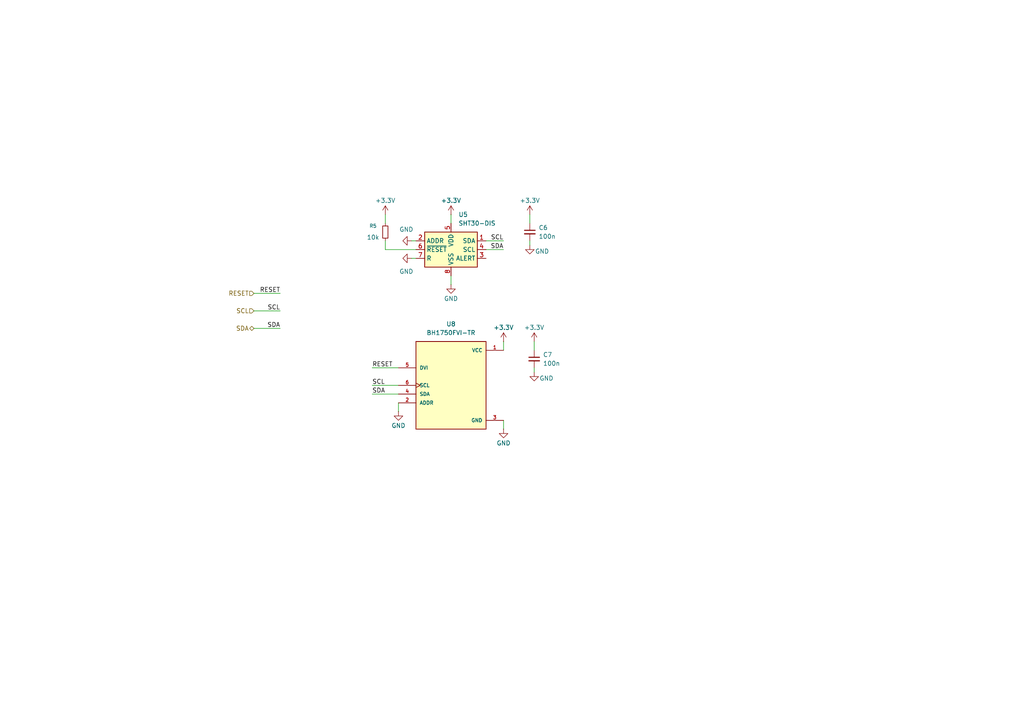
<source format=kicad_sch>
(kicad_sch
	(version 20250114)
	(generator "eeschema")
	(generator_version "9.0")
	(uuid "a537a9a7-ee57-4a6d-a370-be6352c1219e")
	(paper "A4")
	(lib_symbols
		(symbol "BH1750FVI-TR:BH1750FVI-TR"
			(pin_names
				(offset 1.016)
			)
			(exclude_from_sim no)
			(in_bom yes)
			(on_board yes)
			(property "Reference" "U"
				(at -10.1737 13.462 0)
				(effects
					(font
						(size 1.27 1.27)
					)
					(justify left bottom)
				)
			)
			(property "Value" "BH1750FVI-TR"
				(at -9.922 -15.24 0)
				(effects
					(font
						(size 1.27 1.27)
					)
					(justify left bottom)
				)
			)
			(property "Footprint" "BH1750FVI-TR:XDCR_BH1750FVI-TR"
				(at 0 0 0)
				(effects
					(font
						(size 1.27 1.27)
					)
					(justify bottom)
					(hide yes)
				)
			)
			(property "Datasheet" ""
				(at 0 0 0)
				(effects
					(font
						(size 1.27 1.27)
					)
					(hide yes)
				)
			)
			(property "Description" ""
				(at 0 0 0)
				(effects
					(font
						(size 1.27 1.27)
					)
					(hide yes)
				)
			)
			(property "MF" "Rohm"
				(at 0 0 0)
				(effects
					(font
						(size 1.27 1.27)
					)
					(justify bottom)
					(hide yes)
				)
			)
			(property "MAXIMUM_PACKAGE_HEIGHT" "0.75mm"
				(at 0 0 0)
				(effects
					(font
						(size 1.27 1.27)
					)
					(justify bottom)
					(hide yes)
				)
			)
			(property "Package" "SMD-6 ROHM Semiconductor"
				(at 0 0 0)
				(effects
					(font
						(size 1.27 1.27)
					)
					(justify bottom)
					(hide yes)
				)
			)
			(property "Price" "None"
				(at 0 0 0)
				(effects
					(font
						(size 1.27 1.27)
					)
					(justify bottom)
					(hide yes)
				)
			)
			(property "Check_prices" "https://www.snapeda.com/parts/BH1750FVI-TR/Rohm/view-part/?ref=eda"
				(at 0 0 0)
				(effects
					(font
						(size 1.27 1.27)
					)
					(justify bottom)
					(hide yes)
				)
			)
			(property "STANDARD" "Manufacturer recommendations"
				(at 0 0 0)
				(effects
					(font
						(size 1.27 1.27)
					)
					(justify bottom)
					(hide yes)
				)
			)
			(property "PARTREV" "D"
				(at 0 0 0)
				(effects
					(font
						(size 1.27 1.27)
					)
					(justify bottom)
					(hide yes)
				)
			)
			(property "SnapEDA_Link" "https://www.snapeda.com/parts/BH1750FVI-TR/Rohm/view-part/?ref=snap"
				(at 0 0 0)
				(effects
					(font
						(size 1.27 1.27)
					)
					(justify bottom)
					(hide yes)
				)
			)
			(property "MP" "BH1750FVI-TR"
				(at 0 0 0)
				(effects
					(font
						(size 1.27 1.27)
					)
					(justify bottom)
					(hide yes)
				)
			)
			(property "Description_1" "Optical Sensor Ambient 560nm I2C 6-SMD, Flat Lead Exposed Pad"
				(at 0 0 0)
				(effects
					(font
						(size 1.27 1.27)
					)
					(justify bottom)
					(hide yes)
				)
			)
			(property "Availability" "In Stock"
				(at 0 0 0)
				(effects
					(font
						(size 1.27 1.27)
					)
					(justify bottom)
					(hide yes)
				)
			)
			(property "MANUFACTURER" "Rohm"
				(at 0 0 0)
				(effects
					(font
						(size 1.27 1.27)
					)
					(justify bottom)
					(hide yes)
				)
			)
			(symbol "BH1750FVI-TR_0_0"
				(rectangle
					(start -10.16 -12.7)
					(end 10.16 12.7)
					(stroke
						(width 0.254)
						(type default)
					)
					(fill
						(type background)
					)
				)
				(pin input line
					(at -15.24 5.08 0)
					(length 5.08)
					(name "DVI"
						(effects
							(font
								(size 1.016 1.016)
							)
						)
					)
					(number "5"
						(effects
							(font
								(size 1.016 1.016)
							)
						)
					)
				)
				(pin input clock
					(at -15.24 0 0)
					(length 5.08)
					(name "SCL"
						(effects
							(font
								(size 1.016 1.016)
							)
						)
					)
					(number "6"
						(effects
							(font
								(size 1.016 1.016)
							)
						)
					)
				)
				(pin bidirectional line
					(at -15.24 -2.54 0)
					(length 5.08)
					(name "SDA"
						(effects
							(font
								(size 1.016 1.016)
							)
						)
					)
					(number "4"
						(effects
							(font
								(size 1.016 1.016)
							)
						)
					)
				)
				(pin input line
					(at -15.24 -5.08 0)
					(length 5.08)
					(name "ADDR"
						(effects
							(font
								(size 1.016 1.016)
							)
						)
					)
					(number "2"
						(effects
							(font
								(size 1.016 1.016)
							)
						)
					)
				)
				(pin power_in line
					(at 15.24 10.16 180)
					(length 5.08)
					(name "VCC"
						(effects
							(font
								(size 1.016 1.016)
							)
						)
					)
					(number "1"
						(effects
							(font
								(size 1.016 1.016)
							)
						)
					)
				)
				(pin power_in line
					(at 15.24 -10.16 180)
					(length 5.08)
					(name "GND"
						(effects
							(font
								(size 1.016 1.016)
							)
						)
					)
					(number "3"
						(effects
							(font
								(size 1.016 1.016)
							)
						)
					)
				)
			)
			(embedded_fonts no)
		)
		(symbol "Device:C_Small"
			(pin_numbers
				(hide yes)
			)
			(pin_names
				(offset 0.254)
				(hide yes)
			)
			(exclude_from_sim no)
			(in_bom yes)
			(on_board yes)
			(property "Reference" "C"
				(at 0.254 1.778 0)
				(effects
					(font
						(size 1.27 1.27)
					)
					(justify left)
				)
			)
			(property "Value" "C_Small"
				(at 0.254 -2.032 0)
				(effects
					(font
						(size 1.27 1.27)
					)
					(justify left)
				)
			)
			(property "Footprint" ""
				(at 0 0 0)
				(effects
					(font
						(size 1.27 1.27)
					)
					(hide yes)
				)
			)
			(property "Datasheet" "~"
				(at 0 0 0)
				(effects
					(font
						(size 1.27 1.27)
					)
					(hide yes)
				)
			)
			(property "Description" "Unpolarized capacitor, small symbol"
				(at 0 0 0)
				(effects
					(font
						(size 1.27 1.27)
					)
					(hide yes)
				)
			)
			(property "ki_keywords" "capacitor cap"
				(at 0 0 0)
				(effects
					(font
						(size 1.27 1.27)
					)
					(hide yes)
				)
			)
			(property "ki_fp_filters" "C_*"
				(at 0 0 0)
				(effects
					(font
						(size 1.27 1.27)
					)
					(hide yes)
				)
			)
			(symbol "C_Small_0_1"
				(polyline
					(pts
						(xy -1.524 0.508) (xy 1.524 0.508)
					)
					(stroke
						(width 0.3048)
						(type default)
					)
					(fill
						(type none)
					)
				)
				(polyline
					(pts
						(xy -1.524 -0.508) (xy 1.524 -0.508)
					)
					(stroke
						(width 0.3302)
						(type default)
					)
					(fill
						(type none)
					)
				)
			)
			(symbol "C_Small_1_1"
				(pin passive line
					(at 0 2.54 270)
					(length 2.032)
					(name "~"
						(effects
							(font
								(size 1.27 1.27)
							)
						)
					)
					(number "1"
						(effects
							(font
								(size 1.27 1.27)
							)
						)
					)
				)
				(pin passive line
					(at 0 -2.54 90)
					(length 2.032)
					(name "~"
						(effects
							(font
								(size 1.27 1.27)
							)
						)
					)
					(number "2"
						(effects
							(font
								(size 1.27 1.27)
							)
						)
					)
				)
			)
			(embedded_fonts no)
		)
		(symbol "Device:R_Small"
			(pin_numbers
				(hide yes)
			)
			(pin_names
				(offset 0.254)
				(hide yes)
			)
			(exclude_from_sim no)
			(in_bom yes)
			(on_board yes)
			(property "Reference" "R"
				(at 0 0 90)
				(effects
					(font
						(size 1.016 1.016)
					)
				)
			)
			(property "Value" "R_Small"
				(at 1.778 0 90)
				(effects
					(font
						(size 1.27 1.27)
					)
				)
			)
			(property "Footprint" ""
				(at 0 0 0)
				(effects
					(font
						(size 1.27 1.27)
					)
					(hide yes)
				)
			)
			(property "Datasheet" "~"
				(at 0 0 0)
				(effects
					(font
						(size 1.27 1.27)
					)
					(hide yes)
				)
			)
			(property "Description" "Resistor, small symbol"
				(at 0 0 0)
				(effects
					(font
						(size 1.27 1.27)
					)
					(hide yes)
				)
			)
			(property "ki_keywords" "R resistor"
				(at 0 0 0)
				(effects
					(font
						(size 1.27 1.27)
					)
					(hide yes)
				)
			)
			(property "ki_fp_filters" "R_*"
				(at 0 0 0)
				(effects
					(font
						(size 1.27 1.27)
					)
					(hide yes)
				)
			)
			(symbol "R_Small_0_1"
				(rectangle
					(start -0.762 1.778)
					(end 0.762 -1.778)
					(stroke
						(width 0.2032)
						(type default)
					)
					(fill
						(type none)
					)
				)
			)
			(symbol "R_Small_1_1"
				(pin passive line
					(at 0 2.54 270)
					(length 0.762)
					(name "~"
						(effects
							(font
								(size 1.27 1.27)
							)
						)
					)
					(number "1"
						(effects
							(font
								(size 1.27 1.27)
							)
						)
					)
				)
				(pin passive line
					(at 0 -2.54 90)
					(length 0.762)
					(name "~"
						(effects
							(font
								(size 1.27 1.27)
							)
						)
					)
					(number "2"
						(effects
							(font
								(size 1.27 1.27)
							)
						)
					)
				)
			)
			(embedded_fonts no)
		)
		(symbol "Sensor_Humidity:SHT30-DIS"
			(exclude_from_sim no)
			(in_bom yes)
			(on_board yes)
			(property "Reference" "U"
				(at -6.35 6.35 0)
				(effects
					(font
						(size 1.27 1.27)
					)
				)
			)
			(property "Value" "SHT30-DIS"
				(at 6.35 6.35 0)
				(effects
					(font
						(size 1.27 1.27)
					)
				)
			)
			(property "Footprint" "Sensor_Humidity:Sensirion_DFN-8-1EP_2.5x2.5mm_P0.5mm_EP1.1x1.7mm"
				(at 0 1.27 0)
				(effects
					(font
						(size 1.27 1.27)
					)
					(hide yes)
				)
			)
			(property "Datasheet" "https://www.sensirion.com/fileadmin/user_upload/customers/sensirion/Dokumente/2_Humidity_Sensors/Datasheets/Sensirion_Humidity_Sensors_SHT3x_Datasheet_digital.pdf"
				(at 0 1.27 0)
				(effects
					(font
						(size 1.27 1.27)
					)
					(hide yes)
				)
			)
			(property "Description" "I²C humidity and temperature sensor, ±2%RH, ±0.2°C, DFN-8"
				(at 0 0 0)
				(effects
					(font
						(size 1.27 1.27)
					)
					(hide yes)
				)
			)
			(property "ki_keywords" "digital temperature humidity i2c"
				(at 0 0 0)
				(effects
					(font
						(size 1.27 1.27)
					)
					(hide yes)
				)
			)
			(property "ki_fp_filters" "Sensirion*DFN*1EP*2.5x2.5mm*P0.5mm*"
				(at 0 0 0)
				(effects
					(font
						(size 1.27 1.27)
					)
					(hide yes)
				)
			)
			(symbol "SHT30-DIS_0_1"
				(rectangle
					(start -7.62 5.08)
					(end 7.62 -5.08)
					(stroke
						(width 0.254)
						(type default)
					)
					(fill
						(type background)
					)
				)
			)
			(symbol "SHT30-DIS_1_1"
				(pin input line
					(at -10.16 2.54 0)
					(length 2.54)
					(name "ADDR"
						(effects
							(font
								(size 1.27 1.27)
							)
						)
					)
					(number "2"
						(effects
							(font
								(size 1.27 1.27)
							)
						)
					)
				)
				(pin input line
					(at -10.16 0 0)
					(length 2.54)
					(name "~{RESET}"
						(effects
							(font
								(size 1.27 1.27)
							)
						)
					)
					(number "6"
						(effects
							(font
								(size 1.27 1.27)
							)
						)
					)
				)
				(pin passive line
					(at -10.16 -2.54 0)
					(length 2.54)
					(name "R"
						(effects
							(font
								(size 1.27 1.27)
							)
						)
					)
					(number "7"
						(effects
							(font
								(size 1.27 1.27)
							)
						)
					)
				)
				(pin power_in line
					(at 0 7.62 270)
					(length 2.54)
					(name "VDD"
						(effects
							(font
								(size 1.27 1.27)
							)
						)
					)
					(number "5"
						(effects
							(font
								(size 1.27 1.27)
							)
						)
					)
				)
				(pin power_in line
					(at 0 -7.62 90)
					(length 2.54)
					(name "VSS"
						(effects
							(font
								(size 1.27 1.27)
							)
						)
					)
					(number "8"
						(effects
							(font
								(size 1.27 1.27)
							)
						)
					)
				)
				(pin passive line
					(at 0 -7.62 90)
					(length 2.54)
					(hide yes)
					(name "VSS"
						(effects
							(font
								(size 1.27 1.27)
							)
						)
					)
					(number "9"
						(effects
							(font
								(size 1.27 1.27)
							)
						)
					)
				)
				(pin bidirectional line
					(at 10.16 2.54 180)
					(length 2.54)
					(name "SDA"
						(effects
							(font
								(size 1.27 1.27)
							)
						)
					)
					(number "1"
						(effects
							(font
								(size 1.27 1.27)
							)
						)
					)
				)
				(pin input line
					(at 10.16 0 180)
					(length 2.54)
					(name "SCL"
						(effects
							(font
								(size 1.27 1.27)
							)
						)
					)
					(number "4"
						(effects
							(font
								(size 1.27 1.27)
							)
						)
					)
				)
				(pin output line
					(at 10.16 -2.54 180)
					(length 2.54)
					(name "ALERT"
						(effects
							(font
								(size 1.27 1.27)
							)
						)
					)
					(number "3"
						(effects
							(font
								(size 1.27 1.27)
							)
						)
					)
				)
			)
			(embedded_fonts no)
		)
		(symbol "power:+3.3V"
			(power)
			(pin_numbers
				(hide yes)
			)
			(pin_names
				(offset 0)
				(hide yes)
			)
			(exclude_from_sim no)
			(in_bom yes)
			(on_board yes)
			(property "Reference" "#PWR"
				(at 0 -3.81 0)
				(effects
					(font
						(size 1.27 1.27)
					)
					(hide yes)
				)
			)
			(property "Value" "+3.3V"
				(at 0 3.556 0)
				(effects
					(font
						(size 1.27 1.27)
					)
				)
			)
			(property "Footprint" ""
				(at 0 0 0)
				(effects
					(font
						(size 1.27 1.27)
					)
					(hide yes)
				)
			)
			(property "Datasheet" ""
				(at 0 0 0)
				(effects
					(font
						(size 1.27 1.27)
					)
					(hide yes)
				)
			)
			(property "Description" "Power symbol creates a global label with name \"+3.3V\""
				(at 0 0 0)
				(effects
					(font
						(size 1.27 1.27)
					)
					(hide yes)
				)
			)
			(property "ki_keywords" "global power"
				(at 0 0 0)
				(effects
					(font
						(size 1.27 1.27)
					)
					(hide yes)
				)
			)
			(symbol "+3.3V_0_1"
				(polyline
					(pts
						(xy -0.762 1.27) (xy 0 2.54)
					)
					(stroke
						(width 0)
						(type default)
					)
					(fill
						(type none)
					)
				)
				(polyline
					(pts
						(xy 0 2.54) (xy 0.762 1.27)
					)
					(stroke
						(width 0)
						(type default)
					)
					(fill
						(type none)
					)
				)
				(polyline
					(pts
						(xy 0 0) (xy 0 2.54)
					)
					(stroke
						(width 0)
						(type default)
					)
					(fill
						(type none)
					)
				)
			)
			(symbol "+3.3V_1_1"
				(pin power_in line
					(at 0 0 90)
					(length 0)
					(name "~"
						(effects
							(font
								(size 1.27 1.27)
							)
						)
					)
					(number "1"
						(effects
							(font
								(size 1.27 1.27)
							)
						)
					)
				)
			)
			(embedded_fonts no)
		)
		(symbol "power:GND"
			(power)
			(pin_numbers
				(hide yes)
			)
			(pin_names
				(offset 0)
				(hide yes)
			)
			(exclude_from_sim no)
			(in_bom yes)
			(on_board yes)
			(property "Reference" "#PWR"
				(at 0 -6.35 0)
				(effects
					(font
						(size 1.27 1.27)
					)
					(hide yes)
				)
			)
			(property "Value" "GND"
				(at 0 -3.81 0)
				(effects
					(font
						(size 1.27 1.27)
					)
				)
			)
			(property "Footprint" ""
				(at 0 0 0)
				(effects
					(font
						(size 1.27 1.27)
					)
					(hide yes)
				)
			)
			(property "Datasheet" ""
				(at 0 0 0)
				(effects
					(font
						(size 1.27 1.27)
					)
					(hide yes)
				)
			)
			(property "Description" "Power symbol creates a global label with name \"GND\" , ground"
				(at 0 0 0)
				(effects
					(font
						(size 1.27 1.27)
					)
					(hide yes)
				)
			)
			(property "ki_keywords" "global power"
				(at 0 0 0)
				(effects
					(font
						(size 1.27 1.27)
					)
					(hide yes)
				)
			)
			(symbol "GND_0_1"
				(polyline
					(pts
						(xy 0 0) (xy 0 -1.27) (xy 1.27 -1.27) (xy 0 -2.54) (xy -1.27 -1.27) (xy 0 -1.27)
					)
					(stroke
						(width 0)
						(type default)
					)
					(fill
						(type none)
					)
				)
			)
			(symbol "GND_1_1"
				(pin power_in line
					(at 0 0 270)
					(length 0)
					(name "~"
						(effects
							(font
								(size 1.27 1.27)
							)
						)
					)
					(number "1"
						(effects
							(font
								(size 1.27 1.27)
							)
						)
					)
				)
			)
			(embedded_fonts no)
		)
	)
	(wire
		(pts
			(xy 111.76 72.39) (xy 120.65 72.39)
		)
		(stroke
			(width 0)
			(type default)
		)
		(uuid "00883ef3-9402-4d2d-bd04-4b5c6f9c4af2")
	)
	(wire
		(pts
			(xy 146.05 99.06) (xy 146.05 101.6)
		)
		(stroke
			(width 0)
			(type default)
		)
		(uuid "10ae044a-c1f4-43d5-abee-aadc5b5a8399")
	)
	(wire
		(pts
			(xy 111.76 62.23) (xy 111.76 64.77)
		)
		(stroke
			(width 0)
			(type default)
		)
		(uuid "17d059ea-dc2a-4cda-9c48-430f6a0fa18d")
	)
	(wire
		(pts
			(xy 107.95 114.3) (xy 115.57 114.3)
		)
		(stroke
			(width 0)
			(type default)
		)
		(uuid "1dee2b5b-8071-457f-9daf-2a6f5f2b8b49")
	)
	(wire
		(pts
			(xy 154.94 106.68) (xy 154.94 107.95)
		)
		(stroke
			(width 0)
			(type default)
		)
		(uuid "2650f6f7-fea5-434a-abdf-0d676442c4be")
	)
	(wire
		(pts
			(xy 140.97 72.39) (xy 146.05 72.39)
		)
		(stroke
			(width 0)
			(type default)
		)
		(uuid "2d4c9b4c-bf2f-41e1-acec-819bd836a7c9")
	)
	(wire
		(pts
			(xy 130.81 80.01) (xy 130.81 82.55)
		)
		(stroke
			(width 0)
			(type default)
		)
		(uuid "59f419bf-588f-4f5c-9ace-3bd4486521e5")
	)
	(wire
		(pts
			(xy 153.67 62.23) (xy 153.67 64.77)
		)
		(stroke
			(width 0)
			(type default)
		)
		(uuid "5d457ec9-15ce-4607-84e8-9eaa95a7e18e")
	)
	(wire
		(pts
			(xy 115.57 116.84) (xy 115.57 119.38)
		)
		(stroke
			(width 0)
			(type default)
		)
		(uuid "62dcb70f-9e82-4805-95c0-7aa9590a2be0")
	)
	(wire
		(pts
			(xy 107.95 106.68) (xy 115.57 106.68)
		)
		(stroke
			(width 0)
			(type default)
		)
		(uuid "68806471-13fd-4455-9b6b-69f4bb053f70")
	)
	(wire
		(pts
			(xy 107.95 111.76) (xy 115.57 111.76)
		)
		(stroke
			(width 0)
			(type default)
		)
		(uuid "74793909-2d5c-4117-b4c3-b2a091d4df0e")
	)
	(wire
		(pts
			(xy 73.66 85.09) (xy 81.28 85.09)
		)
		(stroke
			(width 0)
			(type default)
		)
		(uuid "7b51f681-a733-4d17-9951-e7bb92dd6c41")
	)
	(wire
		(pts
			(xy 119.38 69.85) (xy 120.65 69.85)
		)
		(stroke
			(width 0)
			(type default)
		)
		(uuid "a5e141c1-a00c-470a-8c99-7932f8ff4f69")
	)
	(wire
		(pts
			(xy 111.76 69.85) (xy 111.76 72.39)
		)
		(stroke
			(width 0)
			(type default)
		)
		(uuid "a6329d7b-7cf8-4f71-8da2-a5afad37f067")
	)
	(wire
		(pts
			(xy 73.66 90.17) (xy 81.28 90.17)
		)
		(stroke
			(width 0)
			(type default)
		)
		(uuid "aab3e77c-d12b-4080-97be-670c02634f33")
	)
	(wire
		(pts
			(xy 140.97 69.85) (xy 146.05 69.85)
		)
		(stroke
			(width 0)
			(type default)
		)
		(uuid "b4d9e373-e72c-44b8-a20c-942ffd900eea")
	)
	(wire
		(pts
			(xy 146.05 121.92) (xy 146.05 124.46)
		)
		(stroke
			(width 0)
			(type default)
		)
		(uuid "d25c1709-4f18-4888-9d98-5dd9f4edd4c9")
	)
	(wire
		(pts
			(xy 130.81 62.23) (xy 130.81 64.77)
		)
		(stroke
			(width 0)
			(type default)
		)
		(uuid "dd3e8ccc-7ec2-41ee-b54e-32db7736d9b1")
	)
	(wire
		(pts
			(xy 153.67 69.85) (xy 153.67 71.12)
		)
		(stroke
			(width 0)
			(type default)
		)
		(uuid "e63ea735-2c48-40a9-9ceb-26a71011fc15")
	)
	(wire
		(pts
			(xy 154.94 99.06) (xy 154.94 101.6)
		)
		(stroke
			(width 0)
			(type default)
		)
		(uuid "ecf0da11-2e53-4d10-968e-0caa1b730f4d")
	)
	(wire
		(pts
			(xy 73.66 95.25) (xy 81.28 95.25)
		)
		(stroke
			(width 0)
			(type default)
		)
		(uuid "fb426377-612f-44de-b7ed-0d74e5b8af19")
	)
	(wire
		(pts
			(xy 119.38 74.93) (xy 120.65 74.93)
		)
		(stroke
			(width 0)
			(type default)
		)
		(uuid "fc7da99e-37ee-497b-9d43-0aa26182df56")
	)
	(label "SCL"
		(at 81.28 90.17 180)
		(effects
			(font
				(size 1.27 1.27)
			)
			(justify right bottom)
		)
		(uuid "17d30c95-1dd0-48df-8d7c-3a8e2b72f289")
	)
	(label "SDA"
		(at 146.05 72.39 180)
		(effects
			(font
				(size 1.27 1.27)
			)
			(justify right bottom)
		)
		(uuid "2f2e8632-ae7d-46d0-9e10-c259e9b329b8")
	)
	(label "SCL"
		(at 107.95 111.76 0)
		(effects
			(font
				(size 1.27 1.27)
			)
			(justify left bottom)
		)
		(uuid "5ac780e7-ed90-49b3-85ad-82177a840572")
	)
	(label "SDA"
		(at 81.28 95.25 180)
		(effects
			(font
				(size 1.27 1.27)
			)
			(justify right bottom)
		)
		(uuid "91becb91-5ab5-40ec-8b1a-e4525ecf8f80")
	)
	(label "SDA"
		(at 107.95 114.3 0)
		(effects
			(font
				(size 1.27 1.27)
			)
			(justify left bottom)
		)
		(uuid "92200733-a8a3-45e5-b445-6520e746a679")
	)
	(label "RESET"
		(at 81.28 85.09 180)
		(effects
			(font
				(size 1.27 1.27)
			)
			(justify right bottom)
		)
		(uuid "94d7c5ee-bb06-4a3a-a136-f5339b77bbc4")
	)
	(label "SCL"
		(at 146.05 69.85 180)
		(effects
			(font
				(size 1.27 1.27)
			)
			(justify right bottom)
		)
		(uuid "e2d38413-e8be-4334-8869-6ef659e9b5a7")
	)
	(label "RESET"
		(at 107.95 106.68 0)
		(effects
			(font
				(size 1.27 1.27)
			)
			(justify left bottom)
		)
		(uuid "eb60f6cd-38f1-4093-accc-ce11e6e141ef")
	)
	(hierarchical_label "SCL"
		(shape input)
		(at 73.66 90.17 180)
		(effects
			(font
				(size 1.27 1.27)
			)
			(justify right)
		)
		(uuid "2bfa9504-4ea2-41ee-ab19-101f5d3c1bd1")
	)
	(hierarchical_label "SDA"
		(shape bidirectional)
		(at 73.66 95.25 180)
		(effects
			(font
				(size 1.27 1.27)
			)
			(justify right)
		)
		(uuid "72fcdc35-8451-45b1-a4ce-2408f4f95dc1")
	)
	(hierarchical_label "RESET"
		(shape input)
		(at 73.66 85.09 180)
		(effects
			(font
				(size 1.27 1.27)
			)
			(justify right)
		)
		(uuid "978553e5-8495-4280-968a-84223d4f44e7")
	)
	(symbol
		(lib_id "BH1750FVI-TR:BH1750FVI-TR")
		(at 130.81 111.76 0)
		(unit 1)
		(exclude_from_sim no)
		(in_bom yes)
		(on_board yes)
		(dnp no)
		(fields_autoplaced yes)
		(uuid "1ae9eb81-b474-4122-a1e6-9a5b29c33953")
		(property "Reference" "U8"
			(at 130.81 93.98 0)
			(effects
				(font
					(size 1.27 1.27)
				)
			)
		)
		(property "Value" "BH1750FVI-TR"
			(at 130.81 96.52 0)
			(effects
				(font
					(size 1.27 1.27)
				)
			)
		)
		(property "Footprint" "BH1750FVI-TR:XDCR_BH1750FVI-TR"
			(at 130.81 111.76 0)
			(effects
				(font
					(size 1.27 1.27)
				)
				(justify bottom)
				(hide yes)
			)
		)
		(property "Datasheet" ""
			(at 130.81 111.76 0)
			(effects
				(font
					(size 1.27 1.27)
				)
				(hide yes)
			)
		)
		(property "Description" ""
			(at 130.81 111.76 0)
			(effects
				(font
					(size 1.27 1.27)
				)
				(hide yes)
			)
		)
		(property "MF" "Rohm"
			(at 130.81 111.76 0)
			(effects
				(font
					(size 1.27 1.27)
				)
				(justify bottom)
				(hide yes)
			)
		)
		(property "MAXIMUM_PACKAGE_HEIGHT" "0.75mm"
			(at 130.81 111.76 0)
			(effects
				(font
					(size 1.27 1.27)
				)
				(justify bottom)
				(hide yes)
			)
		)
		(property "Package" "SMD-6 ROHM Semiconductor"
			(at 130.81 111.76 0)
			(effects
				(font
					(size 1.27 1.27)
				)
				(justify bottom)
				(hide yes)
			)
		)
		(property "Price" "None"
			(at 130.81 111.76 0)
			(effects
				(font
					(size 1.27 1.27)
				)
				(justify bottom)
				(hide yes)
			)
		)
		(property "Check_prices" "https://www.snapeda.com/parts/BH1750FVI-TR/Rohm/view-part/?ref=eda"
			(at 130.81 111.76 0)
			(effects
				(font
					(size 1.27 1.27)
				)
				(justify bottom)
				(hide yes)
			)
		)
		(property "STANDARD" "Manufacturer recommendations"
			(at 130.81 111.76 0)
			(effects
				(font
					(size 1.27 1.27)
				)
				(justify bottom)
				(hide yes)
			)
		)
		(property "PARTREV" "D"
			(at 130.81 111.76 0)
			(effects
				(font
					(size 1.27 1.27)
				)
				(justify bottom)
				(hide yes)
			)
		)
		(property "SnapEDA_Link" "https://www.snapeda.com/parts/BH1750FVI-TR/Rohm/view-part/?ref=snap"
			(at 130.81 111.76 0)
			(effects
				(font
					(size 1.27 1.27)
				)
				(justify bottom)
				(hide yes)
			)
		)
		(property "MP" "BH1750FVI-TR"
			(at 130.81 111.76 0)
			(effects
				(font
					(size 1.27 1.27)
				)
				(justify bottom)
				(hide yes)
			)
		)
		(property "Description_1" "Optical Sensor Ambient 560nm I2C 6-SMD, Flat Lead Exposed Pad"
			(at 130.81 111.76 0)
			(effects
				(font
					(size 1.27 1.27)
				)
				(justify bottom)
				(hide yes)
			)
		)
		(property "Availability" "In Stock"
			(at 130.81 111.76 0)
			(effects
				(font
					(size 1.27 1.27)
				)
				(justify bottom)
				(hide yes)
			)
		)
		(property "MANUFACTURER" "Rohm"
			(at 130.81 111.76 0)
			(effects
				(font
					(size 1.27 1.27)
				)
				(justify bottom)
				(hide yes)
			)
		)
		(pin "3"
			(uuid "0a02f03b-e3a7-412f-873e-ca71f0125244")
		)
		(pin "4"
			(uuid "fd1eb229-0629-4e0d-ae42-a9bac7fb8388")
		)
		(pin "6"
			(uuid "97ba2f64-4425-44d2-96dc-8879429ec3e8")
		)
		(pin "2"
			(uuid "4b6fdb4c-9700-4b84-ae1d-ea33ce0c1f97")
		)
		(pin "1"
			(uuid "53a4ee61-330c-4c15-adf6-01d846591da7")
		)
		(pin "5"
			(uuid "90c7d824-b159-41a9-bf73-f13062dcd513")
		)
		(instances
			(project "vitimonitor_sensor"
				(path "/8365193e-4878-4a04-b89a-a51695e2c71c/b58b1cc6-06e1-4bc3-8fd1-cd0c9c5d3b66"
					(reference "U8")
					(unit 1)
				)
			)
		)
	)
	(symbol
		(lib_id "power:+3.3V")
		(at 130.81 62.23 0)
		(unit 1)
		(exclude_from_sim no)
		(in_bom yes)
		(on_board yes)
		(dnp no)
		(uuid "3f3b49ed-3c18-4c13-a2cf-5e0ac3044ba4")
		(property "Reference" "#PWR043"
			(at 130.81 66.04 0)
			(effects
				(font
					(size 1.27 1.27)
				)
				(hide yes)
			)
		)
		(property "Value" "+3.3V"
			(at 130.81 58.166 0)
			(effects
				(font
					(size 1.27 1.27)
				)
			)
		)
		(property "Footprint" ""
			(at 130.81 62.23 0)
			(effects
				(font
					(size 1.27 1.27)
				)
				(hide yes)
			)
		)
		(property "Datasheet" ""
			(at 130.81 62.23 0)
			(effects
				(font
					(size 1.27 1.27)
				)
				(hide yes)
			)
		)
		(property "Description" "Power symbol creates a global label with name \"+3.3V\""
			(at 130.81 62.23 0)
			(effects
				(font
					(size 1.27 1.27)
				)
				(hide yes)
			)
		)
		(pin "1"
			(uuid "01c15cab-5ed6-4083-b2cd-9f4610d0fdb3")
		)
		(instances
			(project "vitimonitor_sensor"
				(path "/8365193e-4878-4a04-b89a-a51695e2c71c/b58b1cc6-06e1-4bc3-8fd1-cd0c9c5d3b66"
					(reference "#PWR043")
					(unit 1)
				)
			)
		)
	)
	(symbol
		(lib_id "power:GND")
		(at 119.38 74.93 270)
		(unit 1)
		(exclude_from_sim no)
		(in_bom yes)
		(on_board yes)
		(dnp no)
		(uuid "4647068d-978c-4ac5-9843-80be4c58717a")
		(property "Reference" "#PWR042"
			(at 113.03 74.93 0)
			(effects
				(font
					(size 1.27 1.27)
				)
				(hide yes)
			)
		)
		(property "Value" "GND"
			(at 117.856 78.74 90)
			(effects
				(font
					(size 1.27 1.27)
				)
			)
		)
		(property "Footprint" ""
			(at 119.38 74.93 0)
			(effects
				(font
					(size 1.27 1.27)
				)
				(hide yes)
			)
		)
		(property "Datasheet" ""
			(at 119.38 74.93 0)
			(effects
				(font
					(size 1.27 1.27)
				)
				(hide yes)
			)
		)
		(property "Description" "Power symbol creates a global label with name \"GND\" , ground"
			(at 119.38 74.93 0)
			(effects
				(font
					(size 1.27 1.27)
				)
				(hide yes)
			)
		)
		(pin "1"
			(uuid "7b59aefa-64a9-4b6f-bb01-8f0732b93e7e")
		)
		(instances
			(project "vitimonitor_sensor"
				(path "/8365193e-4878-4a04-b89a-a51695e2c71c/b58b1cc6-06e1-4bc3-8fd1-cd0c9c5d3b66"
					(reference "#PWR042")
					(unit 1)
				)
			)
		)
	)
	(symbol
		(lib_id "power:GND")
		(at 119.38 69.85 270)
		(unit 1)
		(exclude_from_sim no)
		(in_bom yes)
		(on_board yes)
		(dnp no)
		(uuid "49ca22c9-c44a-4d1a-af54-c9337332275b")
		(property "Reference" "#PWR041"
			(at 113.03 69.85 0)
			(effects
				(font
					(size 1.27 1.27)
				)
				(hide yes)
			)
		)
		(property "Value" "GND"
			(at 117.856 66.548 90)
			(effects
				(font
					(size 1.27 1.27)
				)
			)
		)
		(property "Footprint" ""
			(at 119.38 69.85 0)
			(effects
				(font
					(size 1.27 1.27)
				)
				(hide yes)
			)
		)
		(property "Datasheet" ""
			(at 119.38 69.85 0)
			(effects
				(font
					(size 1.27 1.27)
				)
				(hide yes)
			)
		)
		(property "Description" "Power symbol creates a global label with name \"GND\" , ground"
			(at 119.38 69.85 0)
			(effects
				(font
					(size 1.27 1.27)
				)
				(hide yes)
			)
		)
		(pin "1"
			(uuid "42141eae-38a6-48e6-bb1d-a3b0c5bc0ad6")
		)
		(instances
			(project "vitimonitor_sensor"
				(path "/8365193e-4878-4a04-b89a-a51695e2c71c/b58b1cc6-06e1-4bc3-8fd1-cd0c9c5d3b66"
					(reference "#PWR041")
					(unit 1)
				)
			)
		)
	)
	(symbol
		(lib_id "Device:R_Small")
		(at 111.76 67.31 0)
		(unit 1)
		(exclude_from_sim no)
		(in_bom yes)
		(on_board yes)
		(dnp no)
		(uuid "66607c3c-6fd8-4884-8c05-b3918f5cb02b")
		(property "Reference" "R5"
			(at 108.204 65.532 0)
			(effects
				(font
					(size 1.016 1.016)
				)
			)
		)
		(property "Value" "10k"
			(at 108.204 68.834 0)
			(effects
				(font
					(size 1.27 1.27)
				)
			)
		)
		(property "Footprint" ""
			(at 111.76 67.31 0)
			(effects
				(font
					(size 1.27 1.27)
				)
				(hide yes)
			)
		)
		(property "Datasheet" "~"
			(at 111.76 67.31 0)
			(effects
				(font
					(size 1.27 1.27)
				)
				(hide yes)
			)
		)
		(property "Description" "Resistor, small symbol"
			(at 111.76 67.31 0)
			(effects
				(font
					(size 1.27 1.27)
				)
				(hide yes)
			)
		)
		(pin "2"
			(uuid "2cc70952-a0ff-4a89-b95a-f0f9e64793e8")
		)
		(pin "1"
			(uuid "dabbfd3e-1077-46b0-901e-eada530542f5")
		)
		(instances
			(project "vitimonitor_sensor"
				(path "/8365193e-4878-4a04-b89a-a51695e2c71c/b58b1cc6-06e1-4bc3-8fd1-cd0c9c5d3b66"
					(reference "R5")
					(unit 1)
				)
			)
		)
	)
	(symbol
		(lib_id "power:+3.3V")
		(at 153.67 62.23 0)
		(unit 1)
		(exclude_from_sim no)
		(in_bom yes)
		(on_board yes)
		(dnp no)
		(uuid "6d226827-5082-43db-9bd1-39f3a44256db")
		(property "Reference" "#PWR047"
			(at 153.67 66.04 0)
			(effects
				(font
					(size 1.27 1.27)
				)
				(hide yes)
			)
		)
		(property "Value" "+3.3V"
			(at 153.67 58.166 0)
			(effects
				(font
					(size 1.27 1.27)
				)
			)
		)
		(property "Footprint" ""
			(at 153.67 62.23 0)
			(effects
				(font
					(size 1.27 1.27)
				)
				(hide yes)
			)
		)
		(property "Datasheet" ""
			(at 153.67 62.23 0)
			(effects
				(font
					(size 1.27 1.27)
				)
				(hide yes)
			)
		)
		(property "Description" "Power symbol creates a global label with name \"+3.3V\""
			(at 153.67 62.23 0)
			(effects
				(font
					(size 1.27 1.27)
				)
				(hide yes)
			)
		)
		(pin "1"
			(uuid "6819d066-d47b-43ae-9031-bd46985611ae")
		)
		(instances
			(project "vitimonitor_sensor"
				(path "/8365193e-4878-4a04-b89a-a51695e2c71c/b58b1cc6-06e1-4bc3-8fd1-cd0c9c5d3b66"
					(reference "#PWR047")
					(unit 1)
				)
			)
		)
	)
	(symbol
		(lib_id "power:+3.3V")
		(at 111.76 62.23 0)
		(unit 1)
		(exclude_from_sim no)
		(in_bom yes)
		(on_board yes)
		(dnp no)
		(uuid "6de52937-497e-4db6-a005-3bd0e348400b")
		(property "Reference" "#PWR039"
			(at 111.76 66.04 0)
			(effects
				(font
					(size 1.27 1.27)
				)
				(hide yes)
			)
		)
		(property "Value" "+3.3V"
			(at 111.76 58.166 0)
			(effects
				(font
					(size 1.27 1.27)
				)
			)
		)
		(property "Footprint" ""
			(at 111.76 62.23 0)
			(effects
				(font
					(size 1.27 1.27)
				)
				(hide yes)
			)
		)
		(property "Datasheet" ""
			(at 111.76 62.23 0)
			(effects
				(font
					(size 1.27 1.27)
				)
				(hide yes)
			)
		)
		(property "Description" "Power symbol creates a global label with name \"+3.3V\""
			(at 111.76 62.23 0)
			(effects
				(font
					(size 1.27 1.27)
				)
				(hide yes)
			)
		)
		(pin "1"
			(uuid "71a5f87e-932a-4c2d-ad81-a1e55cb376d3")
		)
		(instances
			(project "vitimonitor_sensor"
				(path "/8365193e-4878-4a04-b89a-a51695e2c71c/b58b1cc6-06e1-4bc3-8fd1-cd0c9c5d3b66"
					(reference "#PWR039")
					(unit 1)
				)
			)
		)
	)
	(symbol
		(lib_id "power:+3.3V")
		(at 154.94 99.06 0)
		(unit 1)
		(exclude_from_sim no)
		(in_bom yes)
		(on_board yes)
		(dnp no)
		(uuid "787569ff-6d0b-44ed-b492-ec880b5585d8")
		(property "Reference" "#PWR049"
			(at 154.94 102.87 0)
			(effects
				(font
					(size 1.27 1.27)
				)
				(hide yes)
			)
		)
		(property "Value" "+3.3V"
			(at 154.94 94.996 0)
			(effects
				(font
					(size 1.27 1.27)
				)
			)
		)
		(property "Footprint" ""
			(at 154.94 99.06 0)
			(effects
				(font
					(size 1.27 1.27)
				)
				(hide yes)
			)
		)
		(property "Datasheet" ""
			(at 154.94 99.06 0)
			(effects
				(font
					(size 1.27 1.27)
				)
				(hide yes)
			)
		)
		(property "Description" "Power symbol creates a global label with name \"+3.3V\""
			(at 154.94 99.06 0)
			(effects
				(font
					(size 1.27 1.27)
				)
				(hide yes)
			)
		)
		(pin "1"
			(uuid "abf98ca8-c2db-4603-89f3-5872244dfe73")
		)
		(instances
			(project "vitimonitor_sensor"
				(path "/8365193e-4878-4a04-b89a-a51695e2c71c/b58b1cc6-06e1-4bc3-8fd1-cd0c9c5d3b66"
					(reference "#PWR049")
					(unit 1)
				)
			)
		)
	)
	(symbol
		(lib_id "Sensor_Humidity:SHT30-DIS")
		(at 130.81 72.39 0)
		(unit 1)
		(exclude_from_sim no)
		(in_bom yes)
		(on_board yes)
		(dnp no)
		(fields_autoplaced yes)
		(uuid "91ef1410-aa74-4dad-bf08-10fe92d3770e")
		(property "Reference" "U5"
			(at 132.9533 62.23 0)
			(effects
				(font
					(size 1.27 1.27)
				)
				(justify left)
			)
		)
		(property "Value" "SHT30-DIS"
			(at 132.9533 64.77 0)
			(effects
				(font
					(size 1.27 1.27)
				)
				(justify left)
			)
		)
		(property "Footprint" "Sensor_Humidity:Sensirion_DFN-8-1EP_2.5x2.5mm_P0.5mm_EP1.1x1.7mm"
			(at 130.81 71.12 0)
			(effects
				(font
					(size 1.27 1.27)
				)
				(hide yes)
			)
		)
		(property "Datasheet" "https://www.sensirion.com/fileadmin/user_upload/customers/sensirion/Dokumente/2_Humidity_Sensors/Datasheets/Sensirion_Humidity_Sensors_SHT3x_Datasheet_digital.pdf"
			(at 130.81 71.12 0)
			(effects
				(font
					(size 1.27 1.27)
				)
				(hide yes)
			)
		)
		(property "Description" "I²C humidity and temperature sensor, ±2%RH, ±0.2°C, DFN-8"
			(at 130.81 72.39 0)
			(effects
				(font
					(size 1.27 1.27)
				)
				(hide yes)
			)
		)
		(pin "1"
			(uuid "1831060c-58bb-4992-8fb0-99a5888849e6")
		)
		(pin "4"
			(uuid "ffe2378f-8398-458c-a199-8b2c9fabb5dd")
		)
		(pin "8"
			(uuid "d3f92538-b61f-45ee-af0d-fe2c5464e8f7")
		)
		(pin "6"
			(uuid "717db9e1-5e80-4b2b-8187-af6a57ff6ba6")
		)
		(pin "2"
			(uuid "8de1ca7b-8514-4c70-82ec-941e645a49e3")
		)
		(pin "7"
			(uuid "7d24e1d4-7378-4e1a-bb64-c4dc6b89fbec")
		)
		(pin "9"
			(uuid "ba7a6f1e-06c2-460c-983b-dd0d9d2cd604")
		)
		(pin "5"
			(uuid "3265bda3-23f2-4a57-a394-106a86e38b89")
		)
		(pin "3"
			(uuid "e29f8d60-813b-43c8-b49e-6495f1228a72")
		)
		(instances
			(project "vitimonitor_sensor"
				(path "/8365193e-4878-4a04-b89a-a51695e2c71c/b58b1cc6-06e1-4bc3-8fd1-cd0c9c5d3b66"
					(reference "U5")
					(unit 1)
				)
			)
		)
	)
	(symbol
		(lib_id "power:GND")
		(at 154.94 107.95 0)
		(unit 1)
		(exclude_from_sim no)
		(in_bom yes)
		(on_board yes)
		(dnp no)
		(uuid "951b7bd4-a994-44ef-8859-c1eb4885fd16")
		(property "Reference" "#PWR050"
			(at 154.94 114.3 0)
			(effects
				(font
					(size 1.27 1.27)
				)
				(hide yes)
			)
		)
		(property "Value" "GND"
			(at 158.496 109.728 0)
			(effects
				(font
					(size 1.27 1.27)
				)
			)
		)
		(property "Footprint" ""
			(at 154.94 107.95 0)
			(effects
				(font
					(size 1.27 1.27)
				)
				(hide yes)
			)
		)
		(property "Datasheet" ""
			(at 154.94 107.95 0)
			(effects
				(font
					(size 1.27 1.27)
				)
				(hide yes)
			)
		)
		(property "Description" "Power symbol creates a global label with name \"GND\" , ground"
			(at 154.94 107.95 0)
			(effects
				(font
					(size 1.27 1.27)
				)
				(hide yes)
			)
		)
		(pin "1"
			(uuid "83338d8c-a365-4e1b-b65b-857c6a543e23")
		)
		(instances
			(project "vitimonitor_sensor"
				(path "/8365193e-4878-4a04-b89a-a51695e2c71c/b58b1cc6-06e1-4bc3-8fd1-cd0c9c5d3b66"
					(reference "#PWR050")
					(unit 1)
				)
			)
		)
	)
	(symbol
		(lib_id "Device:C_Small")
		(at 154.94 104.14 0)
		(unit 1)
		(exclude_from_sim no)
		(in_bom yes)
		(on_board yes)
		(dnp no)
		(fields_autoplaced yes)
		(uuid "9bfc995c-0b71-413c-b4eb-cad2179853f0")
		(property "Reference" "C7"
			(at 157.48 102.8762 0)
			(effects
				(font
					(size 1.27 1.27)
				)
				(justify left)
			)
		)
		(property "Value" "100n"
			(at 157.48 105.4162 0)
			(effects
				(font
					(size 1.27 1.27)
				)
				(justify left)
			)
		)
		(property "Footprint" ""
			(at 154.94 104.14 0)
			(effects
				(font
					(size 1.27 1.27)
				)
				(hide yes)
			)
		)
		(property "Datasheet" "~"
			(at 154.94 104.14 0)
			(effects
				(font
					(size 1.27 1.27)
				)
				(hide yes)
			)
		)
		(property "Description" "Unpolarized capacitor, small symbol"
			(at 154.94 104.14 0)
			(effects
				(font
					(size 1.27 1.27)
				)
				(hide yes)
			)
		)
		(pin "2"
			(uuid "5e93bc4c-2aea-4dec-826f-810377225c34")
		)
		(pin "1"
			(uuid "b9651276-007f-4574-86f8-7dc862348718")
		)
		(instances
			(project "vitimonitor_sensor"
				(path "/8365193e-4878-4a04-b89a-a51695e2c71c/b58b1cc6-06e1-4bc3-8fd1-cd0c9c5d3b66"
					(reference "C7")
					(unit 1)
				)
			)
		)
	)
	(symbol
		(lib_id "power:GND")
		(at 146.05 124.46 0)
		(unit 1)
		(exclude_from_sim no)
		(in_bom yes)
		(on_board yes)
		(dnp no)
		(uuid "9d286c8b-2b07-4d5e-a40f-dfc5b5a53276")
		(property "Reference" "#PWR046"
			(at 146.05 130.81 0)
			(effects
				(font
					(size 1.27 1.27)
				)
				(hide yes)
			)
		)
		(property "Value" "GND"
			(at 146.05 128.524 0)
			(effects
				(font
					(size 1.27 1.27)
				)
			)
		)
		(property "Footprint" ""
			(at 146.05 124.46 0)
			(effects
				(font
					(size 1.27 1.27)
				)
				(hide yes)
			)
		)
		(property "Datasheet" ""
			(at 146.05 124.46 0)
			(effects
				(font
					(size 1.27 1.27)
				)
				(hide yes)
			)
		)
		(property "Description" "Power symbol creates a global label with name \"GND\" , ground"
			(at 146.05 124.46 0)
			(effects
				(font
					(size 1.27 1.27)
				)
				(hide yes)
			)
		)
		(pin "1"
			(uuid "7298e82e-4a7d-47d2-af35-93a13d710bea")
		)
		(instances
			(project "vitimonitor_sensor"
				(path "/8365193e-4878-4a04-b89a-a51695e2c71c/b58b1cc6-06e1-4bc3-8fd1-cd0c9c5d3b66"
					(reference "#PWR046")
					(unit 1)
				)
			)
		)
	)
	(symbol
		(lib_id "power:GND")
		(at 115.57 119.38 0)
		(unit 1)
		(exclude_from_sim no)
		(in_bom yes)
		(on_board yes)
		(dnp no)
		(uuid "b24f84ff-22ee-4b2a-b5cb-7e4ed6892db7")
		(property "Reference" "#PWR040"
			(at 115.57 125.73 0)
			(effects
				(font
					(size 1.27 1.27)
				)
				(hide yes)
			)
		)
		(property "Value" "GND"
			(at 115.57 123.444 0)
			(effects
				(font
					(size 1.27 1.27)
				)
			)
		)
		(property "Footprint" ""
			(at 115.57 119.38 0)
			(effects
				(font
					(size 1.27 1.27)
				)
				(hide yes)
			)
		)
		(property "Datasheet" ""
			(at 115.57 119.38 0)
			(effects
				(font
					(size 1.27 1.27)
				)
				(hide yes)
			)
		)
		(property "Description" "Power symbol creates a global label with name \"GND\" , ground"
			(at 115.57 119.38 0)
			(effects
				(font
					(size 1.27 1.27)
				)
				(hide yes)
			)
		)
		(pin "1"
			(uuid "384943f7-02ec-48f6-8933-5c125868dc82")
		)
		(instances
			(project "vitimonitor_sensor"
				(path "/8365193e-4878-4a04-b89a-a51695e2c71c/b58b1cc6-06e1-4bc3-8fd1-cd0c9c5d3b66"
					(reference "#PWR040")
					(unit 1)
				)
			)
		)
	)
	(symbol
		(lib_id "power:GND")
		(at 153.67 71.12 0)
		(unit 1)
		(exclude_from_sim no)
		(in_bom yes)
		(on_board yes)
		(dnp no)
		(uuid "b9cb0967-9258-42f5-862a-3914ef55e3e1")
		(property "Reference" "#PWR048"
			(at 153.67 77.47 0)
			(effects
				(font
					(size 1.27 1.27)
				)
				(hide yes)
			)
		)
		(property "Value" "GND"
			(at 157.226 72.898 0)
			(effects
				(font
					(size 1.27 1.27)
				)
			)
		)
		(property "Footprint" ""
			(at 153.67 71.12 0)
			(effects
				(font
					(size 1.27 1.27)
				)
				(hide yes)
			)
		)
		(property "Datasheet" ""
			(at 153.67 71.12 0)
			(effects
				(font
					(size 1.27 1.27)
				)
				(hide yes)
			)
		)
		(property "Description" "Power symbol creates a global label with name \"GND\" , ground"
			(at 153.67 71.12 0)
			(effects
				(font
					(size 1.27 1.27)
				)
				(hide yes)
			)
		)
		(pin "1"
			(uuid "bdf865ab-47bc-4336-a133-e02c346099bc")
		)
		(instances
			(project "vitimonitor_sensor"
				(path "/8365193e-4878-4a04-b89a-a51695e2c71c/b58b1cc6-06e1-4bc3-8fd1-cd0c9c5d3b66"
					(reference "#PWR048")
					(unit 1)
				)
			)
		)
	)
	(symbol
		(lib_id "power:GND")
		(at 130.81 82.55 0)
		(unit 1)
		(exclude_from_sim no)
		(in_bom yes)
		(on_board yes)
		(dnp no)
		(uuid "c96258f8-8076-4946-9833-7915c3f364d8")
		(property "Reference" "#PWR044"
			(at 130.81 88.9 0)
			(effects
				(font
					(size 1.27 1.27)
				)
				(hide yes)
			)
		)
		(property "Value" "GND"
			(at 130.81 86.614 0)
			(effects
				(font
					(size 1.27 1.27)
				)
			)
		)
		(property "Footprint" ""
			(at 130.81 82.55 0)
			(effects
				(font
					(size 1.27 1.27)
				)
				(hide yes)
			)
		)
		(property "Datasheet" ""
			(at 130.81 82.55 0)
			(effects
				(font
					(size 1.27 1.27)
				)
				(hide yes)
			)
		)
		(property "Description" "Power symbol creates a global label with name \"GND\" , ground"
			(at 130.81 82.55 0)
			(effects
				(font
					(size 1.27 1.27)
				)
				(hide yes)
			)
		)
		(pin "1"
			(uuid "0b1e7a65-842d-4358-b99f-e3a54da74282")
		)
		(instances
			(project "vitimonitor_sensor"
				(path "/8365193e-4878-4a04-b89a-a51695e2c71c/b58b1cc6-06e1-4bc3-8fd1-cd0c9c5d3b66"
					(reference "#PWR044")
					(unit 1)
				)
			)
		)
	)
	(symbol
		(lib_id "power:+3.3V")
		(at 146.05 99.06 0)
		(unit 1)
		(exclude_from_sim no)
		(in_bom yes)
		(on_board yes)
		(dnp no)
		(uuid "d659b6f1-6c6e-4220-ba87-4b24daf98dba")
		(property "Reference" "#PWR045"
			(at 146.05 102.87 0)
			(effects
				(font
					(size 1.27 1.27)
				)
				(hide yes)
			)
		)
		(property "Value" "+3.3V"
			(at 146.05 94.996 0)
			(effects
				(font
					(size 1.27 1.27)
				)
			)
		)
		(property "Footprint" ""
			(at 146.05 99.06 0)
			(effects
				(font
					(size 1.27 1.27)
				)
				(hide yes)
			)
		)
		(property "Datasheet" ""
			(at 146.05 99.06 0)
			(effects
				(font
					(size 1.27 1.27)
				)
				(hide yes)
			)
		)
		(property "Description" "Power symbol creates a global label with name \"+3.3V\""
			(at 146.05 99.06 0)
			(effects
				(font
					(size 1.27 1.27)
				)
				(hide yes)
			)
		)
		(pin "1"
			(uuid "896e1fef-92ea-442d-a828-6131ea634e31")
		)
		(instances
			(project "vitimonitor_sensor"
				(path "/8365193e-4878-4a04-b89a-a51695e2c71c/b58b1cc6-06e1-4bc3-8fd1-cd0c9c5d3b66"
					(reference "#PWR045")
					(unit 1)
				)
			)
		)
	)
	(symbol
		(lib_id "Device:C_Small")
		(at 153.67 67.31 0)
		(unit 1)
		(exclude_from_sim no)
		(in_bom yes)
		(on_board yes)
		(dnp no)
		(fields_autoplaced yes)
		(uuid "f5969cb7-f887-41fb-9cdb-7a4c85cf9639")
		(property "Reference" "C6"
			(at 156.21 66.0462 0)
			(effects
				(font
					(size 1.27 1.27)
				)
				(justify left)
			)
		)
		(property "Value" "100n"
			(at 156.21 68.5862 0)
			(effects
				(font
					(size 1.27 1.27)
				)
				(justify left)
			)
		)
		(property "Footprint" ""
			(at 153.67 67.31 0)
			(effects
				(font
					(size 1.27 1.27)
				)
				(hide yes)
			)
		)
		(property "Datasheet" "~"
			(at 153.67 67.31 0)
			(effects
				(font
					(size 1.27 1.27)
				)
				(hide yes)
			)
		)
		(property "Description" "Unpolarized capacitor, small symbol"
			(at 153.67 67.31 0)
			(effects
				(font
					(size 1.27 1.27)
				)
				(hide yes)
			)
		)
		(pin "2"
			(uuid "70159ffe-1280-426d-a5ad-50b9080de586")
		)
		(pin "1"
			(uuid "90afb582-762e-4ca9-a1ae-0ec4519b6f2e")
		)
		(instances
			(project "vitimonitor_sensor"
				(path "/8365193e-4878-4a04-b89a-a51695e2c71c/b58b1cc6-06e1-4bc3-8fd1-cd0c9c5d3b66"
					(reference "C6")
					(unit 1)
				)
			)
		)
	)
)

</source>
